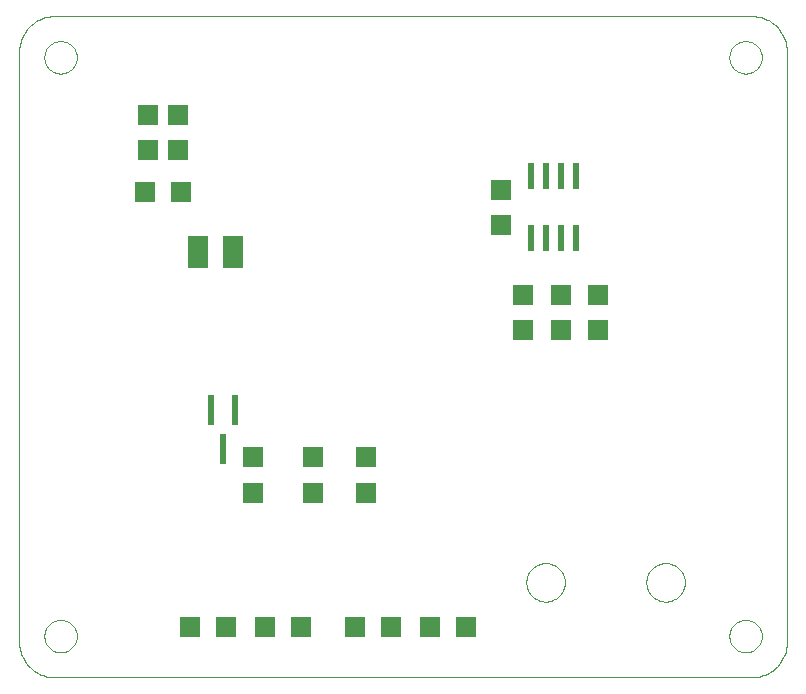
<source format=gbp>
G75*
G70*
%OFA0B0*%
%FSLAX24Y24*%
%IPPOS*%
%LPD*%
%AMOC8*
5,1,8,0,0,1.08239X$1,22.5*
%
%ADD10R,0.0710X0.0709*%
%ADD11C,0.0000*%
%ADD12R,0.0709X0.0710*%
%ADD13R,0.0220X0.1020*%
%ADD14R,0.0240X0.0870*%
%ADD15R,0.0709X0.1100*%
D10*
X010180Y008671D03*
X010180Y009851D03*
X012180Y009851D03*
X012180Y008671D03*
X013930Y008671D03*
X013930Y009851D03*
X019180Y014090D03*
X019180Y015270D03*
X020430Y015270D03*
X020430Y014090D03*
X021680Y014090D03*
X021680Y015270D03*
X018430Y017590D03*
X018430Y018770D03*
X007680Y020090D03*
X006680Y020090D03*
X006680Y021270D03*
X007680Y021270D03*
D11*
X003566Y002511D02*
X026794Y002511D01*
X026860Y002513D01*
X026926Y002518D01*
X026992Y002528D01*
X027057Y002541D01*
X027121Y002557D01*
X027184Y002577D01*
X027246Y002601D01*
X027306Y002628D01*
X027365Y002658D01*
X027422Y002692D01*
X027477Y002729D01*
X027530Y002769D01*
X027581Y002811D01*
X027629Y002857D01*
X027675Y002905D01*
X027717Y002956D01*
X027757Y003009D01*
X027794Y003064D01*
X027828Y003121D01*
X027858Y003180D01*
X027885Y003240D01*
X027909Y003302D01*
X027929Y003365D01*
X027945Y003429D01*
X027958Y003494D01*
X027968Y003560D01*
X027973Y003626D01*
X027975Y003692D01*
X027975Y023377D01*
X027973Y023443D01*
X027968Y023509D01*
X027958Y023575D01*
X027945Y023640D01*
X027929Y023704D01*
X027909Y023767D01*
X027885Y023829D01*
X027858Y023889D01*
X027828Y023948D01*
X027794Y024005D01*
X027757Y024060D01*
X027717Y024113D01*
X027675Y024164D01*
X027629Y024212D01*
X027581Y024258D01*
X027530Y024300D01*
X027477Y024340D01*
X027422Y024377D01*
X027365Y024411D01*
X027306Y024441D01*
X027246Y024468D01*
X027184Y024492D01*
X027121Y024512D01*
X027057Y024528D01*
X026992Y024541D01*
X026926Y024551D01*
X026860Y024556D01*
X026794Y024558D01*
X003566Y024558D01*
X003500Y024556D01*
X003434Y024551D01*
X003368Y024541D01*
X003303Y024528D01*
X003239Y024512D01*
X003176Y024492D01*
X003114Y024468D01*
X003054Y024441D01*
X002995Y024411D01*
X002938Y024377D01*
X002883Y024340D01*
X002830Y024300D01*
X002779Y024258D01*
X002731Y024212D01*
X002685Y024164D01*
X002643Y024113D01*
X002603Y024060D01*
X002566Y024005D01*
X002532Y023948D01*
X002502Y023889D01*
X002475Y023829D01*
X002451Y023767D01*
X002431Y023704D01*
X002415Y023640D01*
X002402Y023575D01*
X002392Y023509D01*
X002387Y023443D01*
X002385Y023377D01*
X002385Y003692D01*
X002387Y003626D01*
X002392Y003560D01*
X002402Y003494D01*
X002415Y003429D01*
X002431Y003365D01*
X002451Y003302D01*
X002475Y003240D01*
X002502Y003180D01*
X002532Y003121D01*
X002566Y003064D01*
X002603Y003009D01*
X002643Y002956D01*
X002685Y002905D01*
X002731Y002857D01*
X002779Y002811D01*
X002830Y002769D01*
X002883Y002729D01*
X002938Y002692D01*
X002995Y002658D01*
X003054Y002628D01*
X003114Y002601D01*
X003176Y002577D01*
X003239Y002557D01*
X003303Y002541D01*
X003368Y002528D01*
X003434Y002518D01*
X003500Y002513D01*
X003566Y002511D01*
X003222Y003889D02*
X003224Y003935D01*
X003230Y003980D01*
X003239Y004025D01*
X003253Y004069D01*
X003270Y004112D01*
X003291Y004153D01*
X003315Y004192D01*
X003342Y004229D01*
X003372Y004263D01*
X003406Y004295D01*
X003441Y004324D01*
X003479Y004350D01*
X003519Y004372D01*
X003561Y004391D01*
X003605Y004406D01*
X003649Y004418D01*
X003694Y004426D01*
X003740Y004430D01*
X003786Y004430D01*
X003832Y004426D01*
X003877Y004418D01*
X003921Y004406D01*
X003965Y004391D01*
X004007Y004372D01*
X004047Y004350D01*
X004085Y004324D01*
X004120Y004295D01*
X004154Y004263D01*
X004184Y004229D01*
X004211Y004192D01*
X004235Y004153D01*
X004256Y004112D01*
X004273Y004069D01*
X004287Y004025D01*
X004296Y003980D01*
X004302Y003935D01*
X004304Y003889D01*
X004302Y003843D01*
X004296Y003798D01*
X004287Y003753D01*
X004273Y003709D01*
X004256Y003666D01*
X004235Y003625D01*
X004211Y003586D01*
X004184Y003549D01*
X004154Y003515D01*
X004120Y003483D01*
X004085Y003454D01*
X004047Y003428D01*
X004007Y003406D01*
X003965Y003387D01*
X003921Y003372D01*
X003877Y003360D01*
X003832Y003352D01*
X003786Y003348D01*
X003740Y003348D01*
X003694Y003352D01*
X003649Y003360D01*
X003605Y003372D01*
X003561Y003387D01*
X003519Y003406D01*
X003479Y003428D01*
X003441Y003454D01*
X003406Y003483D01*
X003372Y003515D01*
X003342Y003549D01*
X003315Y003586D01*
X003291Y003625D01*
X003270Y003666D01*
X003253Y003709D01*
X003239Y003753D01*
X003230Y003798D01*
X003224Y003843D01*
X003222Y003889D01*
X019290Y005680D02*
X019292Y005730D01*
X019298Y005780D01*
X019308Y005829D01*
X019321Y005878D01*
X019339Y005925D01*
X019360Y005971D01*
X019384Y006014D01*
X019412Y006056D01*
X019443Y006096D01*
X019477Y006133D01*
X019514Y006167D01*
X019554Y006198D01*
X019596Y006226D01*
X019639Y006250D01*
X019685Y006271D01*
X019732Y006289D01*
X019781Y006302D01*
X019830Y006312D01*
X019880Y006318D01*
X019930Y006320D01*
X019980Y006318D01*
X020030Y006312D01*
X020079Y006302D01*
X020128Y006289D01*
X020175Y006271D01*
X020221Y006250D01*
X020264Y006226D01*
X020306Y006198D01*
X020346Y006167D01*
X020383Y006133D01*
X020417Y006096D01*
X020448Y006056D01*
X020476Y006014D01*
X020500Y005971D01*
X020521Y005925D01*
X020539Y005878D01*
X020552Y005829D01*
X020562Y005780D01*
X020568Y005730D01*
X020570Y005680D01*
X020568Y005630D01*
X020562Y005580D01*
X020552Y005531D01*
X020539Y005482D01*
X020521Y005435D01*
X020500Y005389D01*
X020476Y005346D01*
X020448Y005304D01*
X020417Y005264D01*
X020383Y005227D01*
X020346Y005193D01*
X020306Y005162D01*
X020264Y005134D01*
X020221Y005110D01*
X020175Y005089D01*
X020128Y005071D01*
X020079Y005058D01*
X020030Y005048D01*
X019980Y005042D01*
X019930Y005040D01*
X019880Y005042D01*
X019830Y005048D01*
X019781Y005058D01*
X019732Y005071D01*
X019685Y005089D01*
X019639Y005110D01*
X019596Y005134D01*
X019554Y005162D01*
X019514Y005193D01*
X019477Y005227D01*
X019443Y005264D01*
X019412Y005304D01*
X019384Y005346D01*
X019360Y005389D01*
X019339Y005435D01*
X019321Y005482D01*
X019308Y005531D01*
X019298Y005580D01*
X019292Y005630D01*
X019290Y005680D01*
X023290Y005680D02*
X023292Y005730D01*
X023298Y005780D01*
X023308Y005829D01*
X023321Y005878D01*
X023339Y005925D01*
X023360Y005971D01*
X023384Y006014D01*
X023412Y006056D01*
X023443Y006096D01*
X023477Y006133D01*
X023514Y006167D01*
X023554Y006198D01*
X023596Y006226D01*
X023639Y006250D01*
X023685Y006271D01*
X023732Y006289D01*
X023781Y006302D01*
X023830Y006312D01*
X023880Y006318D01*
X023930Y006320D01*
X023980Y006318D01*
X024030Y006312D01*
X024079Y006302D01*
X024128Y006289D01*
X024175Y006271D01*
X024221Y006250D01*
X024264Y006226D01*
X024306Y006198D01*
X024346Y006167D01*
X024383Y006133D01*
X024417Y006096D01*
X024448Y006056D01*
X024476Y006014D01*
X024500Y005971D01*
X024521Y005925D01*
X024539Y005878D01*
X024552Y005829D01*
X024562Y005780D01*
X024568Y005730D01*
X024570Y005680D01*
X024568Y005630D01*
X024562Y005580D01*
X024552Y005531D01*
X024539Y005482D01*
X024521Y005435D01*
X024500Y005389D01*
X024476Y005346D01*
X024448Y005304D01*
X024417Y005264D01*
X024383Y005227D01*
X024346Y005193D01*
X024306Y005162D01*
X024264Y005134D01*
X024221Y005110D01*
X024175Y005089D01*
X024128Y005071D01*
X024079Y005058D01*
X024030Y005048D01*
X023980Y005042D01*
X023930Y005040D01*
X023880Y005042D01*
X023830Y005048D01*
X023781Y005058D01*
X023732Y005071D01*
X023685Y005089D01*
X023639Y005110D01*
X023596Y005134D01*
X023554Y005162D01*
X023514Y005193D01*
X023477Y005227D01*
X023443Y005264D01*
X023412Y005304D01*
X023384Y005346D01*
X023360Y005389D01*
X023339Y005435D01*
X023321Y005482D01*
X023308Y005531D01*
X023298Y005580D01*
X023292Y005630D01*
X023290Y005680D01*
X026056Y003889D02*
X026058Y003935D01*
X026064Y003980D01*
X026073Y004025D01*
X026087Y004069D01*
X026104Y004112D01*
X026125Y004153D01*
X026149Y004192D01*
X026176Y004229D01*
X026206Y004263D01*
X026240Y004295D01*
X026275Y004324D01*
X026313Y004350D01*
X026353Y004372D01*
X026395Y004391D01*
X026439Y004406D01*
X026483Y004418D01*
X026528Y004426D01*
X026574Y004430D01*
X026620Y004430D01*
X026666Y004426D01*
X026711Y004418D01*
X026755Y004406D01*
X026799Y004391D01*
X026841Y004372D01*
X026881Y004350D01*
X026919Y004324D01*
X026954Y004295D01*
X026988Y004263D01*
X027018Y004229D01*
X027045Y004192D01*
X027069Y004153D01*
X027090Y004112D01*
X027107Y004069D01*
X027121Y004025D01*
X027130Y003980D01*
X027136Y003935D01*
X027138Y003889D01*
X027136Y003843D01*
X027130Y003798D01*
X027121Y003753D01*
X027107Y003709D01*
X027090Y003666D01*
X027069Y003625D01*
X027045Y003586D01*
X027018Y003549D01*
X026988Y003515D01*
X026954Y003483D01*
X026919Y003454D01*
X026881Y003428D01*
X026841Y003406D01*
X026799Y003387D01*
X026755Y003372D01*
X026711Y003360D01*
X026666Y003352D01*
X026620Y003348D01*
X026574Y003348D01*
X026528Y003352D01*
X026483Y003360D01*
X026439Y003372D01*
X026395Y003387D01*
X026353Y003406D01*
X026313Y003428D01*
X026275Y003454D01*
X026240Y003483D01*
X026206Y003515D01*
X026176Y003549D01*
X026149Y003586D01*
X026125Y003625D01*
X026104Y003666D01*
X026087Y003709D01*
X026073Y003753D01*
X026064Y003798D01*
X026058Y003843D01*
X026056Y003889D01*
X026056Y023180D02*
X026058Y023226D01*
X026064Y023271D01*
X026073Y023316D01*
X026087Y023360D01*
X026104Y023403D01*
X026125Y023444D01*
X026149Y023483D01*
X026176Y023520D01*
X026206Y023554D01*
X026240Y023586D01*
X026275Y023615D01*
X026313Y023641D01*
X026353Y023663D01*
X026395Y023682D01*
X026439Y023697D01*
X026483Y023709D01*
X026528Y023717D01*
X026574Y023721D01*
X026620Y023721D01*
X026666Y023717D01*
X026711Y023709D01*
X026755Y023697D01*
X026799Y023682D01*
X026841Y023663D01*
X026881Y023641D01*
X026919Y023615D01*
X026954Y023586D01*
X026988Y023554D01*
X027018Y023520D01*
X027045Y023483D01*
X027069Y023444D01*
X027090Y023403D01*
X027107Y023360D01*
X027121Y023316D01*
X027130Y023271D01*
X027136Y023226D01*
X027138Y023180D01*
X027136Y023134D01*
X027130Y023089D01*
X027121Y023044D01*
X027107Y023000D01*
X027090Y022957D01*
X027069Y022916D01*
X027045Y022877D01*
X027018Y022840D01*
X026988Y022806D01*
X026954Y022774D01*
X026919Y022745D01*
X026881Y022719D01*
X026841Y022697D01*
X026799Y022678D01*
X026755Y022663D01*
X026711Y022651D01*
X026666Y022643D01*
X026620Y022639D01*
X026574Y022639D01*
X026528Y022643D01*
X026483Y022651D01*
X026439Y022663D01*
X026395Y022678D01*
X026353Y022697D01*
X026313Y022719D01*
X026275Y022745D01*
X026240Y022774D01*
X026206Y022806D01*
X026176Y022840D01*
X026149Y022877D01*
X026125Y022916D01*
X026104Y022957D01*
X026087Y023000D01*
X026073Y023044D01*
X026064Y023089D01*
X026058Y023134D01*
X026056Y023180D01*
X003222Y023180D02*
X003224Y023226D01*
X003230Y023271D01*
X003239Y023316D01*
X003253Y023360D01*
X003270Y023403D01*
X003291Y023444D01*
X003315Y023483D01*
X003342Y023520D01*
X003372Y023554D01*
X003406Y023586D01*
X003441Y023615D01*
X003479Y023641D01*
X003519Y023663D01*
X003561Y023682D01*
X003605Y023697D01*
X003649Y023709D01*
X003694Y023717D01*
X003740Y023721D01*
X003786Y023721D01*
X003832Y023717D01*
X003877Y023709D01*
X003921Y023697D01*
X003965Y023682D01*
X004007Y023663D01*
X004047Y023641D01*
X004085Y023615D01*
X004120Y023586D01*
X004154Y023554D01*
X004184Y023520D01*
X004211Y023483D01*
X004235Y023444D01*
X004256Y023403D01*
X004273Y023360D01*
X004287Y023316D01*
X004296Y023271D01*
X004302Y023226D01*
X004304Y023180D01*
X004302Y023134D01*
X004296Y023089D01*
X004287Y023044D01*
X004273Y023000D01*
X004256Y022957D01*
X004235Y022916D01*
X004211Y022877D01*
X004184Y022840D01*
X004154Y022806D01*
X004120Y022774D01*
X004085Y022745D01*
X004047Y022719D01*
X004007Y022697D01*
X003965Y022678D01*
X003921Y022663D01*
X003877Y022651D01*
X003832Y022643D01*
X003786Y022639D01*
X003740Y022639D01*
X003694Y022643D01*
X003649Y022651D01*
X003605Y022663D01*
X003561Y022678D01*
X003519Y022697D01*
X003479Y022719D01*
X003441Y022745D01*
X003406Y022774D01*
X003372Y022806D01*
X003342Y022840D01*
X003315Y022877D01*
X003291Y022916D01*
X003270Y022957D01*
X003253Y023000D01*
X003239Y023044D01*
X003230Y023089D01*
X003224Y023134D01*
X003222Y023180D01*
D12*
X006590Y018680D03*
X007770Y018680D03*
X008090Y004180D03*
X009270Y004180D03*
X010590Y004180D03*
X011770Y004180D03*
X013590Y004180D03*
X014770Y004180D03*
X016090Y004180D03*
X017270Y004180D03*
D13*
X009180Y010111D03*
X008780Y011411D03*
X009580Y011411D03*
D14*
X019430Y017150D03*
X019930Y017150D03*
X020430Y017150D03*
X020930Y017150D03*
X020930Y019210D03*
X020430Y019210D03*
X019930Y019210D03*
X019430Y019210D03*
D15*
X009520Y016680D03*
X008340Y016680D03*
M02*

</source>
